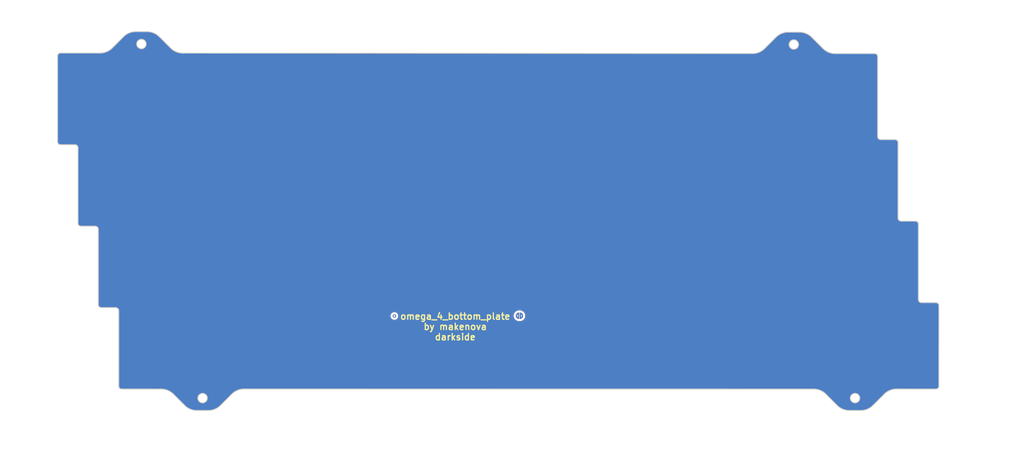
<source format=kicad_pcb>
(kicad_pcb (version 20221018) (generator pcbnew)
  (layers (0 "F.Cu" signal) (31 "B.Cu" signal) (34 "B.Paste" user) (35 "F.Paste" user) (36 "B.SilkS" user "B.Silkscreen") (37 "F.SilkS" user "F.Silkscreen") (38 "B.Mask" user) (39 "F.Mask" user) (44 "Edge.Cuts" user))
  (net 0 "")
  (net 1 "GND")
  (net 2 "Net-(JP1-Pad2)")
  (net 3 "Net-(JP1-Pad1)")
  (footprint "Keebio-Parts:solder_jumper" (layer "F.Cu") (at 154.725 112.875)
    (fp_text reference "JP1" hide)
    (fp_text value "Jumper_NO_Small" hide)
    (fp_poly (pts (xy -0.1 -0.75) (xy -0.3565 -0.7048) (xy -0.5821 -0.5745) (xy -0.7495 -0.375) (xy -0.8386 -0.1302) (xy -0.8386 0.1302) (xy -0.7495 0.375) (xy -0.5821 0.5745) (xy -0.3565 0.7048) (xy -0.1 0.75) (xy -0.1 -0.75)) (stroke (width 0.01)) (fill solid) (layer "F.Cu"))
    (fp_poly (pts (xy 0.1 0.75) (xy 0.3565 0.7048) (xy 0.5821 0.5745) (xy 0.7495 0.375) (xy 0.8386 0.1302) (xy 0.8386 -0.1302) (xy 0.7495 -0.375) (xy 0.5821 -0.5745) (xy 0.3565 -0.7048) (xy 0.1 -0.75) (xy 0.1 0.75)) (stroke (width 0.01)) (fill solid) (layer "F.Cu"))
    (fp_poly (pts (xy -0.1 -0.75) (xy -0.3565 -0.7048) (xy -0.5821 -0.5745) (xy -0.7495 -0.375) (xy -0.8386 -0.1302) (xy -0.8386 0.1302) (xy -0.7495 0.375) (xy -0.5821 0.5745) (xy -0.3565 0.7048) (xy -0.1 0.75) (xy -0.1 -0.75)) (stroke (width 0.01)) (fill solid) (layer "B.Cu"))
    (fp_poly (pts (xy 0.1 0.75) (xy 0.3565 0.7048) (xy 0.5821 0.5745) (xy 0.7495 0.375) (xy 0.8386 0.1302) (xy 0.8386 -0.1302) (xy 0.7495 -0.375) (xy 0.5821 -0.5745) (xy 0.3565 -0.7048) (xy 0.1 -0.75) (xy 0.1 0.75)) (stroke (width 0.01)) (fill solid) (layer "B.Cu"))
    (pad "1" thru_hole circle (at -0.45 0) (size 0.4 0.4) (drill 0.3) (layers "*.Cu" "*.Mask") (net 3 "Net-(JP1-Pad1)"))
    (pad "2" thru_hole circle (at 0.45 0) (size 0.4 0.4) (drill 0.3) (layers "*.Cu" "*.Mask") (net 2 "Net-(JP1-Pad2)"))
  )
  (gr_line (start 76.502677 133.845984) (end 73.851219 131.194526) (stroke (width 0.2)) (layer "Edge.Cuts"))
  (gr_line (start 243.920313 90.747558) (end 247.270313 90.747558) (stroke (width 0.2)) (layer "Edge.Cuts"))
  (gr_arc (start 237.745835 51.597037) (mid 238.240472 51.802247) (end 238.445312 52.297037) (stroke (width 0.2)) (layer "Edge.Cuts"))
  (gr_arc (start 59.553348 50.283419) (mid 58.254275 51.151081) (end 56.721934 51.454991) (stroke (width 0.2)) (layer "Edge.Cuts"))
  (gr_arc (start 231.818605 135.017557) (mid 230.287871 134.713075) (end 228.990178 133.845984) (stroke (width 0.2)) (layer "Edge.Cuts"))
  (gr_line (start 234.504897 135.017557) (end 231.818605 135.017557) (stroke (width 0.2)) (layer "Edge.Cuts"))
  (gr_line (start 51.545313 91.247559) (end 51.545313 73.597559) (stroke (width 0.2)) (layer "Edge.Cuts"))
  (gr_arc (start 239.995528 131.18378) (mid 241.294288 130.316247) (end 242.826264 130.012208) (stroke (width 0.2)) (layer "Edge.Cuts"))
  (gr_arc (start 247.270313 90.747558) (mid 247.765288 90.952583) (end 247.970313 91.447558) (stroke (width 0.2)) (layer "Edge.Cuts"))
  (gr_line (start 252.057855 130.017537) (end 242.826264 130.012208) (stroke (width 0.2)) (layer "Edge.Cuts"))
  (gr_arc (start 76.035559 51.470134) (mid 74.50652 51.16505) (end 73.210282 50.298562) (stroke (width 0.2)) (layer "Edge.Cuts"))
  (gr_circle (center 80.671966 132.117558) (end 81.771966 132.117558) (stroke (width 0.2)) (fill none) (layer "Edge.Cuts"))
  (gr_line (start 56.295313 110.272559) (end 56.295313 92.647558) (stroke (width 0.2)) (layer "Edge.Cuts"))
  (gr_line (start 82.017396 135.017557) (end 79.331104 135.017557) (stroke (width 0.2)) (layer "Edge.Cuts"))
  (gr_line (start 70.545817 47.634097) (end 73.210282 50.298562) (stroke (width 0.2)) (layer "Edge.Cuts"))
  (gr_circle (center 233.159467 132.117558) (end 234.259467 132.117558) (stroke (width 0.2)) (fill none) (layer "Edge.Cuts"))
  (gr_line (start 248.670313 109.797558) (end 252.070249 109.797558) (stroke (width 0.2)) (layer "Edge.Cuts"))
  (gr_circle (center 218.846972 49.482598) (end 219.946972 49.482598) (stroke (width 0.2)) (fill none) (layer "Edge.Cuts"))
  (gr_arc (start 67.71739 46.462524) (mid 69.248124 46.767006) (end 70.545817 47.634097) (stroke (width 0.2)) (layer "Edge.Cuts"))
  (gr_line (start 228.510667 51.590141) (end 237.745835 51.597037) (stroke (width 0.2)) (layer "Edge.Cuts"))
  (gr_line (start 71.024959 130.022953) (end 61.769933 130.017938) (stroke (width 0.2)) (layer "Edge.Cuts"))
  (gr_arc (start 212.028427 50.403427) (mid 210.729278 51.27112) (end 209.19685 51.574999) (stroke (width 0.2)) (layer "Edge.Cuts"))
  (gr_line (start 212.028427 50.403427) (end 214.677683 47.754171) (stroke (width 0.2)) (layer "Edge.Cuts"))
  (gr_arc (start 71.02496 130.022954) (mid 72.554527 130.32785) (end 73.851219 131.194526) (stroke (width 0.2)) (layer "Edge.Cuts"))
  (gr_arc (start 243.920313 90.747558) (mid 243.425338 90.542533) (end 243.220313 90.047558) (stroke (width 0.2)) (layer "Edge.Cuts"))
  (gr_line (start 247.970313 91.447558) (end 247.970313 109.097558) (stroke (width 0.2)) (layer "Edge.Cuts"))
  (gr_arc (start 220.192402 46.582598) (mid 221.723136 46.88708) (end 223.020829 47.754171) (stroke (width 0.2)) (layer "Edge.Cuts"))
  (gr_line (start 228.990178 133.845984) (end 226.339464 131.19527) (stroke (width 0.2)) (layer "Edge.Cuts"))
  (gr_line (start 243.220313 72.397558) (end 243.220313 90.047558) (stroke (width 0.2)) (layer "Edge.Cuts"))
  (gr_line (start 60.370313 110.972559) (end 56.995313 110.972559) (stroke (width 0.2)) (layer "Edge.Cuts"))
  (gr_arc (start 79.331104 135.017557) (mid 77.80037 134.713075) (end 76.502677 133.845984) (stroke (width 0.2)) (layer "Edge.Cuts"))
  (gr_line (start 55.595313 91.947559) (end 52.245313 91.947558) (stroke (width 0.2)) (layer "Edge.Cuts"))
  (gr_line (start 239.995528 131.18378) (end 237.333324 133.845984) (stroke (width 0.2)) (layer "Edge.Cuts"))
  (gr_line (start 252.770249 110.498004) (end 252.758259 129.317983) (stroke (width 0.2)) (layer "Edge.Cuts"))
  (gr_arc (start 248.670313 109.797558) (mid 248.175338 109.592533) (end 247.970313 109.097558) (stroke (width 0.2)) (layer "Edge.Cuts"))
  (gr_arc (start 60.370313 110.972559) (mid 60.865288 111.177584) (end 61.070313 111.672559) (stroke (width 0.2)) (layer "Edge.Cuts"))
  (gr_circle (center 66.37196 49.362523) (end 67.47196 49.362523) (stroke (width 0.2)) (fill none) (layer "Edge.Cuts"))
  (gr_arc (start 252.758259 129.317983) (mid 252.552933 129.812812) (end 252.057855 130.017537) (stroke (width 0.2)) (layer "Edge.Cuts"))
  (gr_line (start 87.508831 131.182976) (end 84.845823 133.845984) (stroke (width 0.2)) (layer "Edge.Cuts"))
  (gr_arc (start 84.845823 133.845984) (mid 83.54813 134.713075) (end 82.017396 135.017557) (stroke (width 0.2)) (layer "Edge.Cuts"))
  (gr_line (start 65.031098 46.462524) (end 67.71739 46.462524) (stroke (width 0.2)) (layer "Edge.Cuts"))
  (gr_line (start 223.511407 130.023698) (end 90.337627 130.011403) (stroke (width 0.2)) (layer "Edge.Cuts"))
  (gr_arc (start 228.510667 51.590141) (mid 226.981541 51.285088) (end 225.685227 50.418569) (stroke (width 0.2)) (layer "Edge.Cuts"))
  (gr_arc (start 242.520312 71.697559) (mid 243.015287 71.902584) (end 243.220313 72.397558) (stroke (width 0.2)) (layer "Edge.Cuts"))
  (gr_line (start 217.50611 46.582598) (end 220.192402 46.582598) (stroke (width 0.2)) (layer "Edge.Cuts"))
  (gr_arc (start 237.333324 133.845984) (mid 236.035631 134.713075) (end 234.504897 135.017557) (stroke (width 0.2)) (layer "Edge.Cuts"))
  (gr_arc (start 50.845313 72.897559) (mid 51.340288 73.102584) (end 51.545313 73.597559) (stroke (width 0.2)) (layer "Edge.Cuts"))
  (gr_arc (start 214.677683 47.754171) (mid 215.975376 46.88708) (end 217.50611 46.582598) (stroke (width 0.2)) (layer "Edge.Cuts"))
  (gr_arc (start 87.508831 131.182976) (mid 88.806695 130.315814) (end 90.337627 130.011403) (stroke (width 0.2)) (layer "Edge.Cuts"))
  (gr_arc (start 47.470312 72.897557) (mid 46.975338 72.692532) (end 46.770313 72.197558) (stroke (width 0.2)) (layer "Edge.Cuts"))
  (gr_line (start 50.845313 72.897559) (end 47.470312 72.897558) (stroke (width 0.2)) (layer "Edge.Cuts"))
  (gr_line (start 76.035559 51.470134) (end 209.19685 51.574999) (stroke (width 0.2)) (layer "Edge.Cuts"))
  (gr_arc (start 46.770313 52.148082) (mid 46.975523 51.652923) (end 47.470835 51.448083) (stroke (width 0.2)) (layer "Edge.Cuts"))
  (gr_line (start 238.445312 52.297037) (end 238.445313 70.997558) (stroke (width 0.2)) (layer "Edge.Cuts"))
  (gr_line (start 47.470835 51.448083) (end 56.721934 51.454991) (stroke (width 0.2)) (layer "Edge.Cuts"))
  (gr_arc (start 52.245314 91.947558) (mid 51.750339 91.742533) (end 51.545313 91.247559) (stroke (width 0.2)) (layer "Edge.Cuts"))
  (gr_arc (start 223.511406 130.023697) (mid 225.041941 130.328249) (end 226.339464 131.19527) (stroke (width 0.2)) (layer "Edge.Cuts"))
  (gr_arc (start 252.070249 109.797558) (mid 252.565381 110.002741) (end 252.770249 110.498004) (stroke (width 0.2)) (layer "Edge.Cuts"))
  (gr_line (start 59.553348 50.28342) (end 62.202671 47.634097) (stroke (width 0.2)) (layer "Edge.Cuts"))
  (gr_line (start 61.070313 129.317938) (end 61.070313 111.672559) (stroke (width 0.2)) (layer "Edge.Cuts"))
  (gr_line (start 223.020829 47.754171) (end 225.685227 50.418569) (stroke (width 0.2)) (layer "Edge.Cuts"))
  (gr_arc (start 239.145312 71.697557) (mid 238.650338 71.492532) (end 238.445313 70.997558) (stroke (width 0.2)) (layer "Edge.Cuts"))
  (gr_arc (start 61.769934 130.017938) (mid 61.275204 129.812779) (end 61.070313 129.317938) (stroke (width 0.2)) (layer "Edge.Cuts"))
  (gr_arc (start 55.595312 91.947559) (mid 56.090287 92.152584) (end 56.295313 92.647558) (stroke (width 0.2)) (layer "Edge.Cuts"))
  (gr_arc (start 56.995313 110.972559) (mid 56.500338 110.767534) (end 56.295313 110.272559) (stroke (width 0.2)) (layer "Edge.Cuts"))
  (gr_line (start 46.770313 72.197558) (end 46.770313 52.148082) (stroke (width 0.2)) (layer "Edge.Cuts"))
  (gr_arc (start 62.202671 47.634097) (mid 63.500364 46.767006) (end 65.031098 46.462524) (stroke (width 0.2)) (layer "Edge.Cuts"))
  (gr_line (start 239.145313 71.697558) (end 242.520313 71.697558) (stroke (width 0.2)) (layer "Edge.Cuts"))
  (gr_text "omega_4_bottom_plate\nby makenova\ndarkside" (at 139.725 115.425) (layer "F.SilkS") (effects (font (size 1.5 1.5) (thickness 0.3))))
  (via (at 125.5 112.925) (size 0.8) (drill 0.4) (layers "F.Cu" "B.Cu") (net 0))
  (zone (net 1) (net_name "GND") (layer "F.Cu") (connect_pads (clearance 0.508)) (min_thickness 0.254) (fill yes (thermal_gap 0.508) (thermal_bridge_width 0.508))
    (polygon (pts (xy 33.625 39.075) (xy 272.65 39.075) (xy 272.65 144.9) (xy 33.325 144.975)))
  )
  (zone (net 1) (net_name "GND") (layer "B.Cu") (connect_pads (clearance 0.508)) (min_thickness 0.254) (fill yes (thermal_gap 0.508) (thermal_bridge_width 0.508))
    (polygon (pts (xy 38.175 44.75) (xy 266.05 44.95) (xy 266.2 138.075) (xy 38.125 138.2)))
  )
)
</source>
